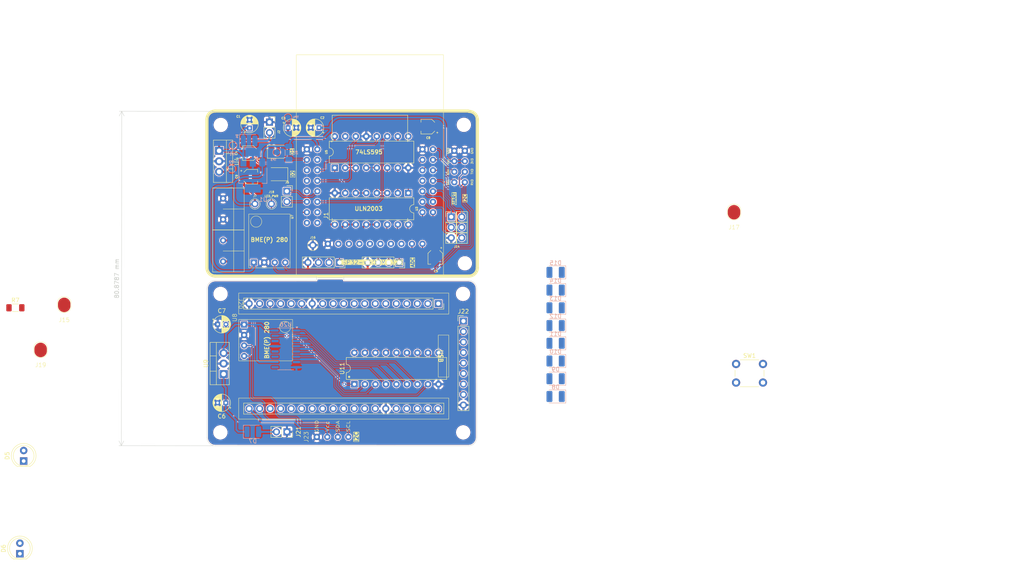
<source format=kicad_pcb>
(kicad_pcb (version 20240108) (generator "pcbnew") (generator_version "8.0")
  (layers (0 "F.Cu" signal) (31 "B.Cu" signal) (34 "B.Paste" user) (35 "F.Paste" user) (36 "B.SilkS" user "B.Silkscreen") (37 "F.SilkS" user "F.Silkscreen") (38 "B.Mask" user) (39 "F.Mask" user) (44 "Edge.Cuts" user))
  (net 0 "")
  (net 1 "GND")
  (net 2 "+3V3")
  (net 3 "+5V")
  (net 4 "/RXD")
  (net 5 "/TXD")
  (net 6 "/SDA")
  (net 7 "/GPIO_33")
  (net 8 "/SCL")
  (net 9 "/OUT3")
  (net 10 "/EN")
  (net 11 "/SOURCE2")
  (net 12 "/SOURCE1")
  (net 13 "/SOURCE3")
  (net 14 "/VDC")
  (net 15 "/DAC1")
  (net 16 "/DAC2")
  (net 17 "/GPIO39")
  (net 18 "/GPIO19")
  (net 19 "/GPIO17")
  (net 20 "/GPIO5")
  (net 21 "/GPIO18")
  (net 22 "/SD_DATA0")
  (net 23 "/ADC2_CH3")
  (net 24 "/SD_DATA3")
  (net 25 "/SD_CMD")
  (net 26 "/SD_CLK")
  (net 27 "/SD_DATA2")
  (net 28 "/SD_DATA1")
  (net 29 "/ADC2_CH0")
  (net 30 "/GPIO23")
  (net 31 "/GPIO36")
  (net 32 "/ADC2_CH2")
  (net 33 "/BOOT")
  (net 34 "/GPIO13")
  (net 35 "/SOURCE4")
  (net 36 "/SOURCE5")
  (net 37 "/SIPO_DATA")
  (net 38 "/SIPO_CLK")
  (net 40 "/SIPO_LATCH")
  (net 41 "/GPIO14")
  (net 43 "/I3")
  (net 44 "/I6")
  (net 45 "/I7")
  (net 46 "/I5")
  (net 47 "/OUT1")
  (net 48 "/VIN")
  (net 49 "/I1")
  (net 52 "Net-(D5-Pad1)")
  (net 53 "Net-(J15-Pin_1)")
  (net 54 "Net-(J19-Pin_1)")
  (net 55 "/OUT2")
  (net 67 "/RX")
  (net 72 "/TX")
  (net 87 "/SCL-2")
  (net 88 "/SDA-2")
  (net 89 "/SIPO_CLK-2")
  (net 91 "/SIPO_DATA-2")
  (net 92 "/SIPO_LATCH-2")
  (net 93 "/QB-2")
  (net 94 "/QC-2")
  (net 95 "/QE-2")
  (net 96 "/QA-2")
  (net 97 "/QD-2")
  (net 98 "/QG-2")
  (net 99 "/QH-2")
  (net 100 "/QF-2")
  (net 101 "/O8")
  (net 102 "/O3")
  (net 103 "/O5")
  (net 104 "/O7")
  (net 105 "/O1")
  (net 106 "/O4")
  (net 107 "/O2")
  (net 108 "/O6")
  (footprint "Capacitor_THT:CP_Radial_D4.0mm_P2.00mm" (layer "F.Cu") (at 107 44.2 180)
    (property "Reference" "C2")
    (property "Value" "1uF")
  )
  (footprint "LED_SMD:LED_1210_3225Metric_Pad1.42x2.65mm_HandSolder" (layer "F.Cu") (at 97 55.45 180)
    (property "Reference" "D2")
    (property "Value" "STATUS")
  )
  (footprint "Capacitor_SMD:CP_Elec_3x5.3" (layer "F.Cu") (at 90.3 50.35 180)
    (property "Reference" "C4")
    (property "Value" "0.1uF")
  )
  (footprint "Resistor_SMD:R_1206_3216Metric_Pad1.30x1.75mm_HandSolder" (layer "F.Cu") (at 33.612 87.7585)
    (property "Reference" "R7")
    (property "Value" "4K7")
  )
  (footprint "LED_THT:LED_D5.0mm" (layer "F.Cu") (at 34.7 147.25 90)
    (property "Reference" "D6")
    (property "Value" "LED_STATUS")
  )
  (footprint "Button_Switch_THT:SW_PUSH_6mm" (layer "F.Cu") (at 207.8 101.35)
    (property "Reference" "SW1")
    (property "Value" "SW_Push")
  )
  (footprint "Alexander Footprint Library:Pad_1x01_P2.54_SMD" (layer "F.Cu") (at 39.712 102.098)
    (property "Reference" "J19")
    (property "Value" "LED_PWR")
  )
  (footprint "Alexanddr Footprints Library:ESP32-WROOM-Adapter-Socket-2" (layer "F.Cu") (at 119.3 57.04)
    (property "Reference" "J1")
    (property "Value" "~")
  )
  (footprint "Alexander Footprint Library:Pad_1x01_P2.54_SMD" (layer "F.Cu") (at 45.412 91.198)
    (property "Reference" "J15")
    (property "Value" "LED_PWR")
  )
  (footprint "MountingHole:MountingHole_3mm" (layer "F.Cu") (at 142 43.5)
    (property "Reference" "H1" (hide yes))
    (property "Value" "MountingHole_Pad")
  )
  (footprint "Connector_PinSocket_2.54mm:PinSocket_1x02_P2.54mm_Vertical" (layer "F.Cu") (at 99.25 117.775 -90)
    (property "Reference" "J21")
    (property "Value" "PWR")
  )
  (footprint "MountingHole:MountingHole_3mm" (layer "F.Cu") (at 83.25 43.53)
    (property "Reference" "H2" (hide yes))
    (property "Value" "MountingHole_Pad")
  )
  (footprint "Package_DIP:DIP-16_W7.62mm" (layer "F.Cu") (at 128.58 60 -90)
    (property "Reference" "U3")
    (property "Value" "ULN2003")
  )
  (footprint "Alexander Footprints Library:Conn_Terminal_5mm" (layer "F.Cu") (at 83.82 53.69)
    (property "Reference" "J9" (hide yes))
    (property "Value" "Conn_01x02_Socket")
  )
  (footprint "Alexander Footprint Library:Pad_1x01_P2.54_SMD" (layer "F.Cu") (at 207.3 68.7895)
    (property "Reference" "J17")
    (property "Value" "GND")
  )
  (footprint "MountingHole:MountingHole_3mm" (layer "F.Cu") (at 141.85 117.9)
    (property "Reference" "H4" (hide yes))
    (property "Value" "MountingHole_Pad")
  )
  (footprint "Capacitor_THT:CP_Radial_D4.0mm_P2.00mm" (layer "F.Cu") (at 82.5 91.75)
    (property "Reference" "C7")
    (property "Value" "1uF")
  )
  (footprint "Capacitor_SMD:CP_Elec_3x5.3" (layer "F.Cu") (at 90.4 56.05)
    (property "Reference" "C9")
    (property "Value" "0.1uF")
  )
  (footprint "Package_DIP:DIP-16_W7.62mm" (layer "F.Cu") (at 110.8 53.9 90)
    (property "Reference" "U5")
    (property "Value" "74LS595")
  )
  (footprint "Alexander Footprint Library:PinSocket_1x01_P2.54" (layer "F.Cu") (at 91.5 65.19)
    (property "Reference" "J7")
    (property "Value" "LED_PWR")
  )
  (footprint "Connector_PinHeader_2.54mm:PinHeader_1x09_P2.54mm_Vertical" (layer "F.Cu") (at 141.9 90.97)
    (property "Reference" "J22")
    (property "Value" "Conn_01x09_Pin")
  )
  (footprint "Connector_PinSocket_2.54mm:PinSocket_1x02_P2.54mm_Vertical" (layer "F.Cu") (at 95.025 42.85)
    (property "Reference" "J2")
    (property "Value" "PWR")
  )
  (footprint "Connector_PinSocket_2.54mm:PinSocket_1x04_P2.54mm_Vertical" (layer "F.Cu") (at 111.94 76.8 -90)
    (property "Reference" "J6")
    (property "Value" "SOURCE")
  )
  (footprint "MountingHole:MountingHole_3mm" (layer "F.Cu") (at 83.15 117.9)
    (property "Reference" "H4" (hide yes))
    (property "Value" "MountingHole_Pad")
  )
  (footprint "Connector_PinSocket_2.54mm:PinSocket_1x04_P2.54mm_Vertical" (layer "F.Cu") (at 126.38 76.8 -90)
    (property "Reference" "J10" (hide yes))
    (property "Value" "ADC")
  )
  (footprint "PCM_Package_DIP_AKL:DIP-18_W7.62mm" (layer "F.Cu") (at 115.55 106.25 90)
    (property "Reference" "U11")
    (property "Value" "ULN2801A" (hide yes))
  )
  (footprint "Capacitor_SMD:CP_Elec_3x5.3" (layer "F.Cu") (at 135.1 75.45 -90)
    (property "Reference" "C5")
    (property "Value" "0.1uF")
  )
  (footprint "MountingHole:MountingHole_3mm" (layer "F.Cu") (at 141.8 84.4)
    (property "Reference" "H4" (hide yes))
    (property "Value" "MountingHole_Pad")
  )
  (footprint "Capacitor_THT:CP_Radial_D4.0mm_P2.00mm" (layer "F.Cu") (at 99.5 44.2)
    (property "Reference" "C3")
    (property "Value" "1uF")
  )
  (footprint "Capacitor_SMD:CP_Elec_3x5.3" (layer "F.Cu") (at 133.4 43.95 180)
    (property "Reference" "C8")
    (property "Value" "10uF")
  )
  (footprint "Alexander Footprint Library:LD1117" (layer "F.Cu") (at 83.945 103.79 90)
    (property "Reference" "U9")
    (property "Value" "L7805")
  )
  (footprint "Alexander Footprint Library:PinSocket_1x01_P2.54" (layer "F.Cu") (at 95.5 65.19)
    (property "Reference" "J18")
    (property "Value" "LED_PWR")
  )
  (footprint "Alexander Footprint Library:Conn_I2C" (layer "F.Cu") (at 98.84 119 90)
    (property "Reference" "J23")
    (property "Value" "I2C")
  )
  (footprint "Capacitor_THT:CP_Radial_D4.0mm_P2.00mm" (layer "F.Cu") (at 84.4726 110.75 180)
    (property "Reference" "C6")
    (property "Value" "1uF")
  )
  (footprint "Alexander Footprint Library:Conn_ESP32_WROOM-DevKit-38pins" (layer "F.Cu") (at 87.57 86.75 -90)
    (property "Reference" "J20")
    (property "Value" "~")
  )
  (footprint "MountingHole:MountingHole_3mm" (layer "F.Cu") (at 83.2 84.4)
    (property "Reference" "H4" (hide yes))
    (property "Value" "MountingHole_Pad")
  )
  (footprint "Connector_PinSocket_2.54mm:PinSocket_1x02_P2.54mm_Vertical" (layer "F.Cu") (at 99.225 59.55)
    (property "Reference" "J5")
    (property "Value" "DAC")
  )
  (footprint "Alexander Footprint Library:CONN_2x3" (layer "F.Cu") (at 138.96 60.68)
    (property "Reference" "J14")
    (property "Value" "GPIO")
  )
  (footprint "Alexander Footprints Library:Conn_UART" (layer "F.Cu") (at 139.7 42.15)
    (property "Reference" "J3" (hide yes))
    (property "Value" "UART")
  )
  (footprint "Alexander Footprint Library:PinSocket_1x01_P2.54" (layer "F.Cu") (at 105.5 75.19)
    (property "Reference" "J16")
    (property "Value" "GND")
  )
  (footprint "Capacitor_THT:CP_Radial_D4.0mm_P2.00mm" (layer "F.Cu") (at 90.2 44.3 90)
    (property "Reference" "C1")
    (property "Value" "1uF")
  )
  (footprint "Alexander Footprint Library:BME280_BMP280_I2C" (layer "F.Cu") (at 90 78.1 90)
    (property "Reference" "U7")
    (property "Value" "BME(P)280")
  )
  (footprint "Alexander Footprint Library:LD1117" (layer "F.Cu") (at 82.855 49.77 -90)
    (property "Reference" "U4")
    (property "Value" "L7805")
  )
  (footprint "Alexander Footprints Library:Conn_I2C" (layer "F.Cu") (at 142.24 42.15)
    (property "Reference" "J4" (hide yes))
    (property "Value" "I2C")
  )
  (footprint "LED_THT:LED_D5.0mm" (layer "F.Cu") (at 35.612 124.8335 90)
    (property "Reference" "D5")
    (property "Value" "LED_PWR")
  )
  (footprint "Alexander Footprint Library:BME280_BMP280_I2C" (layer "F.Cu") (at 87.6 90.59)
    (property "Reference" "U8")
    (property "Value" "BME(P)280")
  )
  (footprint "LED_SMD:LED_1210_3225Metric_Pad1.42x2.65mm_HandSolder" (layer "F.Cu") (at 97 50)
    (property "Reference" "D1")
    (property "Value" "PWR")
  )
  (footprint "MountingHole:MountingHole_3mm" (layer "F.Cu") (at 142.25 77)
    (property "Reference" "H4" (hide yes))
    (property "Value" "MountingHole_Pad")
  )
  (footprint "Alexander Footprints Library:Conn_Terminal_5mm" (layer "F.Cu") (at 83.82 63.85)
    (property "Reference" "J8" (hide yes))
    (property "Value" "Conn_01x02_Socket")
  )
  (footprint "TestPoint:TestPoint_Pad_D1.5mm" (layer "B.Cu") (at 99.5 41.75 180)
    (property "Reference" "TP4")
    (property "Value" "5V")
  )
  (footprint "LED_SMD:LED_1210_3225Metric_Pad1.42x2.65mm_HandSolder" (layer "B.Cu") (at 164.18 104.9275 180)
    (property "Reference" "D9")
    (property "Value" "PWR")
  )
  (footprint "LED_SMD:LED_1210_3225Metric_Pad1.42x2.65mm_HandSolder" (layer "B.Cu") (at 164.18 79.1875 180)
    (property "Reference" "D15")
    (property "Value" "PWR")
  )
  (footprint "TestPoint:TestPoint_Pad_D1.5mm" (layer "B.Cu") (at 96.8 50.15 180)
    (property "Reference" "TP3")
    (property "Value" "3V3")
  )
  (footprint "Package_SO:SO-16_3.9x9.9mm_P1.27mm" (layer "B.Cu") (at 98.95 97.7 180)
    (property "Reference" "U26")
    (property "Value" "74LS595")
  )
  (footprint "Diode_SMD:D_1210_3225Metric" (layer "B.Cu") (at 91 117.75)
    (property "Reference" "D7")
    (property "Value" "D")
  )
  (footprint "Resistor_SMD:R_1206_3216Metric_Pad1.30x1.75mm_HandSolder" (layer "B.Cu") (at 99.7 50.25 -90)
    (property "Reference" "R1")
    (property "Value" "10K")
  )
  (footprint "LED_SMD:LED_1210_3225Metric_Pad1.42x2.65mm_HandSolder" (layer "B.Cu") (at 164.18 87.7675 180)
    (property "Reference" "D13")
    (property "Value" "PWR")
  )
  (footprint "Diode_SMD:D_1210_3225Metric" (layer "B.Cu") (at 90.1 47.4)
    (property "Reference" "D4")
    (property "Value" "D")
  )
  (footprint "LED_SMD:LED_1210_3225Metric_Pad1.42x2.65mm_HandSolder" (layer "B.Cu") (at 164.18 109.2175 180)
    (property "Reference" "D8")
    (property "Value" "PWR")
  )
  (footprint "TestPoint:TestPoint_Pad_D1.5mm" (layer "B.Cu") (at 86.2 48.45 180)
    (property "Reference" "TP1")
    (property "Value" "VIN")
  )
  (footprint "TestPoint:TestPoint_Pad_D1.5mm" (layer "B.Cu") (at 85.9 54.15 180)
    (property "Reference" "TP2")
    (property "Value" "GND")
  )
  (footprint "LED_SMD:LED_1210_3225Metric_Pad1.42x2.65mm_HandSolder" (layer "B.Cu") (at 164.18 96.3475 180)
    (property "Reference" "D11")
    (property "Value" "PWR")
  )
  (footprint "LED_SMD:LED_1210_3225Metric_Pad1.42x2.65mm_HandSolder" (layer "B.Cu") (at 164.18 83.4775 180)
    (property "Reference" "D14")
    (property "Value" "PWR")
  )
  (footprint "LED_SMD:LED_1210_3225Metric_Pad1.42x2.65mm_HandSolder" (layer "B.Cu") (at 164.18 92.0575 180)
    (property "Reference" "D12")
    (property "Value" "PWR")
  )
  (footprint "Package_TO_SOT_SMD:SOT-223-3_TabPin2" (layer "B.Cu") (at 91 55.75 -90)
    (property "Reference" "U1")
    (property "Value" "MAX1726EUK33")
  )
  (footprint "LED_SMD:LED_1210_3225Metric_Pad1.42x2.65mm_HandSolder" (layer "B.Cu") (at 164.18 100.6375 180)
    (property "Reference" "D10")
    (property "Value" "PWR")
  )
  (gr_line (start 145.25 42.11421) (end 145.25 78.085782) (stroke (width 0.75)) (layer "F.SilkS"))
  (gr_line (start 81.914218 40.164218) (end 143.08579 40.164218) (stroke (width 0.75)) (layer "F.SilkS"))
  (gr_arc (start 145.25 78.085782) (mid 144.66422 79.500007) (end 143.25 80.085782) (stroke (width 0.75)) (layer "F.SilkS"))
  (gr_line (start 79.914218 42.11421) (end 79.914218 78.085782) (stroke (width 0.75)) (layer "F.SilkS"))
  (gr_arc (start 81.914218 80.085782) (mid 80.499999 79.500001) (end 79.914218 78.085782) (stroke (width 0.75)) (layer "F.SilkS"))
  (gr_arc (start 143.25 40.25) (mid 144.664214 40.835786) (end 145.25 42.25) (stroke (width 0.75)) (layer "F.SilkS"))
  (gr_arc (start 79.914218 42.164218) (mid 80.499999 40.749999) (end 81.914218 40.164218) (stroke (width 0.75)) (layer "F.SilkS"))
  (gr_line (start 81.914214 80.085782) (end 143.085786 80.085782) (stroke (width 0.75)) (layer "F.SilkS"))
  (gr_line (start 82.014214 80.235786) (end 106.4 80.25) (stroke (width 0.1)) (layer "Edge.Cuts"))
  (gr_line (start 80 42.25) (end 80.014214 78.235786) (stroke (width 0.1)) (layer "Edge.Cuts"))
  (gr_arc (start 79.921321 83.157107) (mid 80.507106 81.742896) (end 81.921321 81.157107) (stroke (width 0.1)) (layer "Edge.Cuts"))
  (gr_line (start 81.921321 121.128679) (end 143.107107 121.142893) (stroke (width 0.1)) (layer "Edge.Cuts"))
  (gr_arc (start 81.921321 121.128679) (mid 80.507101 120.542899) (end 79.921321 119.128679) (stroke (width 0.1)) (layer "Edge.Cuts"))
  (gr_line (start 143.092893 81.157107) (end 113 81.15) (stroke (width 0.1)) (layer "Edge.Cuts"))
  (gr_arc (start 145.107107 119.142893) (mid 144.521321 120.557107) (end 143.107107 121.142893) (stroke (width 0.1)) (layer "Edge.Cuts"))
  (gr_line (start 106.4 81.15) (end 81.921321 81.157107) (stroke (width 0.1)) (layer "Edge.Cuts"))
  (gr_arc (start 143.185786 40.264214) (mid 144.600004 40.849996) (end 145.185786 42.264214) (stroke (width 0.1)) (layer "Edge.Cuts"))
  (gr_line (start 113 80.25) (end 143.185786 80.235786) (stroke (width 0.1)) (layer "Edge.Cuts"))
  (gr_arc (start 82.014214 80.235786) (mid 80.599996 79.650004) (end 80.014214 78.235786) (stroke (width 0.1)) (layer "Edge.Cuts"))
  (gr_line (start 145.185786 42.264214) (end 145.185786 78.235786) (stroke (width 0.1)) (layer "Edge.Cuts"))
  (gr_arc (start 80 42.25) (mid 80.585786 40.835786) (end 82 40.25) (stroke (width 0.1)) (layer "Edge.Cuts"))
  (gr_line (start 145.107107 119.142893) (end 145.092893 83.157107) (stroke (width 0.1)) (layer "Edge.Cuts"))
  (gr_line (start 79.921321 119.128679) (end 79.921321 83.157107) (stroke (width 0.1)) (layer "Edge.Cuts"))
  (gr_line (start 106.4 81.15) (end 106.4 80.25) (stroke (width 0.1)) (layer "Edge.Cuts"))
  (gr_arc (start 145.185786 78.235786) (mid 144.600004 79.650004) (end 143.185786 80.235786) (stroke (width 0.1)) (layer "Edge.Cuts"))
  (gr_arc (start 143.092893 81.157107) (mid 144.507112 81.742888) (end 145.092893 83.157107) (stroke (width 0.1)) (layer "Edge.Cuts"))
  (gr_line (start 113 81.15) (end 113 80.25) (stroke (width 0.1)) (layer "Edge.Cuts"))
  (gr_line (start 143.185786 40.264214) (end 82 40.25) (stroke (width 0.1)) (layer "Edge.Cuts"))
  (gr_text "ADC" (at 130.1 78.05 90) (layer "F.SilkS" knockout) (effects (font (size 0.8 0.8) (thickness 0.2) (bold yes)) (justify left bottom)))
  (gr_text "74LS595" (at 119.057143 50.1 0) (layer "F.SilkS") (effects (font (size 1 1) (thickness 0.2) (bold yes))))
  (gr_text "ULN2003" (at 115.5 64.374 0) (layer "F.SilkS") (effects (font (size 1 1) (thickness 0.2) (bold yes)) (justify left bottom)))
  (dimension (type aligned) (layer "Edge.Cuts") (pts (xy 81.921321 121.128679) (xy 82 40.25)) (height -22.6907) (gr_text "80.8787 mm" (at 58.119973 80.666146 89.94426182) (layer "Edge.Cuts") (effects (font (size 1 1) (thickness 0.15)))) (format (prefix "") (suffix "") (units 3) (units_format 1) (precision 4)) (style (thickness 0.1) (arrow_length 1.27) (text_position_mode 0) (extension_height 0.58642) (extension_offset 0.5) keep_text_aligned))
  (segment (start 84.21 66) (end 83.82 66.39) (width 0.5) (layer "F.Cu") (net 1))
  (segment (start 91.5 60.75) (end 88.9 58.15) (width 0.5) (layer "F.Cu") (net 2))
  (segment (start 139.7 52.31) (end 138.56 52.31) (width 0.25) (layer "F.Cu") (net 2))
  (segment (start 137.2 43.95) (end 134.9 43.95) (width 0.25) (layer "F.Cu") (net 2))
  (segment (start 138.56 52.31) (end 137.6 51.35) (width 0.25) (layer "F.Cu") (net 2))
  (segment (start 91.5 62.62) (end 91.5 60.75) (width 0.5) (layer "F.Cu") (net 2))
  (segment (start 137.6 51.35) (end 137.6 44.35) (width 0.25) (layer "F.Cu") (net 2))
  (segment (start 137.6 44.35) (end 137.2 43.95) (width 0.25) (layer "F.Cu") (net 2))
  (segment (start 88.9 58.15) (end 88.9 56.05) (width 0.5) (layer "F.Cu") (net 2))
  (segment (start 96.075 48.7) (end 97.525 48.7) (width 0.5) (layer "B.Cu") (net 2))
  (segment (start 109.408578 44.2) (end 107 44.2) (width 0.5) (layer "B.Cu") (net 2))
  (segment (start 93.21 115.25) (end 101 115.25) (width 0.5) (layer "B.Cu") (net 2))
  (segment (start 81.3 75.997918) (end 81.3 59.75104) (width 0.5) (layer "B.Cu") (net 2))
  (segment (start 93.3 54.905025) (end 93.3 52.6) (width 0.5) (layer "B.Cu") (net 2))
  (segment (start 100 48.7) (end 100 48.03033) (width 0.5) (layer "B.Cu") (net 2))
  (segment (start 139.13 52.31) (end 139.7 52.31) (width 0.5) (layer "B.Cu") (net 2))
  (segment (start 138.156949 51.906949) (end 138.03 51.78) (width 0.5) (layer "B.Cu") (net 2))
  (segment (start 109 117.5) (end 109 119) (width 0.5) (layer "B.Cu") (net 2))
  (segment (start 106.6 48.627817) (end 106.6 49.299791) (width 0.5) (layer "B.Cu") (net 2))
  (segment (start 84.202081 78.9) (end 89.990883 78.9) (width 0.5) (layer "B.Cu") (net 2))
  (segment (start 109.75 45) (end 109.75 44.141421) (width 0.5) (layer "B.Cu") (net 2))
  (segment (start 109.75 43.858578) (end 109.75 44.141421) (width 0.5) (layer "B.Cu") (net 2))
  (segment (start 104.722182 46.75) (end 106.277817 46.75) (width 0.5) (layer "B.Cu") (net 2))
  (segment (start 139.7 52.31) (end 142.24 52.31) (width 0.5) (layer "B.Cu") (net 2))
  (segment (start 137.5 50.500466) (end 137.5 43.883883) (width 0.5) (layer "B.Cu") (net 2))
  (segment (start 88.207106 62.75) (end 91.5 62.75) (width 0.5) (layer "B.Cu") (net 2))
  (segment (start 86.5 61.042893) (end 86.5 57.5) (width 0.5) (layer "B.Cu") (net 2))
  (segment (start 106.277817 46.75) (end 108 46.75) (width 0.5) (layer "B.Cu") (net 2))
  (segment (start 101 115.25) (end 102.5 116.75) (width 0.5) (layer "B.Cu") (net 2))
  (segment (start 91.22 77.670883) (end 91.22 76.8) (width 0.5) (layer "B.Cu") (net 2))
  (segment (start 89.455634 56.1) (end 92.105025 56.1) (width 0.5) (layer "B.Cu") (net 2))
  (segment (start 96.075 48.7) (end 95.177817 48.7) (width 0.5) (layer "B.Cu") (net 2))
  (segment (start 90.11 112.15) (end 93.21 115.25) (width 0.5) (layer "B.Cu") (net 2))
  (segment (start 108.25 116.75) (end 109 117.5) (width 0.5) (layer "B.Cu") (net 2))
  (segment (start 104.722182 46.75) (end 101.28033 46.75) (width 0.5) (layer "B.Cu") (net 2))
  (segment (start 108 46.75) (end 109.75 45) (width 0.5) (layer "B.Cu") (net 2))
  (segment (start 96.8 49.425) (end 96.8 50.15) (width 0.25) (layer "B.Cu") (net 2))
  (segment (start 109.75 43.625) (end 109.75 43.858578) (width 0.5) (layer "B.Cu") (net 2))
  (segment (start 110.015165 42.984834) (end 110.5 42.5) (width 0.5) (layer "B.Cu") (net 2))
  (segment (start 93.3 52.6) (end 93.3 50.577817) (width 0.5) (layer "B.Cu") (net 2))
  (segment (start 82.75104 58.3) (end 84.144365 58.3) (width 0.5) (layer "B.Cu") (net 2))
  (segment (start 106.685 49.335) (end 106.77 49.25) (width 0.5) (layer "B.Cu") (net 2))
  (segment (start 102.5 116.75) (end 108.25 116.75) (width 0.5) (layer "B.Cu") (net 2))
  (segment (start 112.31066 41.75) (end 135.366116 41.75) (width 0.5) (layer "B.Cu") (net 2))
  (segment (start 100 48.7) (end 97.525 48.7) (width 0.5) (layer "B.Cu") (net 2))
  (arc (start 136.875 42.375) (mid 137.337567 43.067281) (end 137.5 43.883883) (width 0.5) (layer "B.Cu") (net 2))
  (arc (start 137.5 50.500466) (mid 137.637742 51.192944) (end 138.03 51.78) (width 0.5) (layer "B.Cu") (net 2))
  (arc (start 93.3 54.905025) (mid 93.209037 55.362322) (end 92.95 55.75) (width 0.5) (layer "B.Cu") (net 2))
  (arc (start 86.8 57.2) (mid 85.581584 58.014119) (end 84.144365 58.3) (width 0.5) (layer "B.Cu") (net 2))
  (arc (start 106.6 49.299791) (mid 106.630737 49.345793) (end 106.685 49.335) (width 0.5) (layer "B.Cu") (net 2))
  (arc (start 89.455634 56.1) (mid 88.018415 56.38588) (end 86.8 57.2) (width 0.5) (layer "B.Cu") (net 2))
  (arc (start 86.5 61.042893) (mid 86.629945 61.696174) (end 87 62.25) (width 0.5) (layer "B.Cu") (net 2))
  (arc (start 82.75104 58.3) (mid 82.195751 58.410453) (end 81.725 58.725) (width 0.5) (layer "B.Cu") (net 2))
  (arc (start 92.95 55.75) (mid 92.562322 56.009037) (end 92.105025 56.1) (width 0.5) (layer "B.Cu") (net 2))
  (arc (start 95.177817 48.7) (mid 94.459207 48.84294) (end 93.85 49.25) (width 0.5) (layer "B.Cu") (net 2))
  (arc (start 96.8 49.425) (mid 96.587652 48.912347) (end 96.075 48.7) (width 0.25) (layer "B.Cu") (net 2))
  (arc (start 82.15 78.05) (mid 83.091502 78.679092) (end 84.202081 78.9) (width 0.5) (layer "B.Cu") (net 2))
  (arc (start 110.015165 42.984834) (mid 109.818914 43.278544) (end 109.75 43.625) (width 0.5) (layer "B.Cu") (net 2))
  (arc (start 109.75 44.141421) (mid 109.713838 44.087301) (end 109.65 44.1) (width 0.5) (layer "B.Cu") (net 2))
  (arc (start 136.875 42.375) (mid 136.182718 41.912432) (end 135.366116 41.75) (width 0.5) (layer "B.Cu") (net 2))
  (arc (start 93.85 49.25) (mid 93.44294 49.859207) (end 93.3 50.577817) (width 0.5) (layer "B.Cu") (net 2))
  (arc (start 90.86 78.54) (mid 90.461245 78.806439) (end 89.990883 78.9) (width 0.5) (layer "B.Cu") (net 2))
  (arc (start 109.65 44.1) (mid 109.539234 44.17401) (end 109.408578 44.2) (width 0.5) (layer "B.Cu") (net 2))
  (arc (start 87 62.25) (mid 87.553825 62.620054) (end 88.207106 62.75) (width 0.5) (layer "B.Cu") (net 2))
  (arc (start 81.725 58.725) (mid 81.410453 59.195751) (end 81.3 59.75104) (width 0.5) (layer "B.Cu") (net 2))
  (arc (start 106.05 47.3) (mid 105.440792 46.89294) (end 104.722182 46.75) (width 0.5) (layer "B.Cu") (net 2))
  (arc (start 138.156949 51.906949) (mid 138.603388 52.20525) (end 139.13 52.31) (width 0.5) (layer "B.Cu") (net 2))
  (arc (start 101.28033 46.75) (mid 100.790368 46.847459) (end 100.375 47.125) (width 0.5) (layer "B.Cu") (net 2))
  (arc (start 106.05 47.3) (mid 106.457059 47.909207) (end 106.6 48.627817) (width 0.5) (layer "B.Cu") (net 2))
  (arc (start 106.277817 46.75) (mid 105.980159 46.948888) (end 106.05 47.3) (width 0.5) (layer "B.Cu") (net 2))
  (arc (start 91.22 77.670883) (mid 91.126439 78.141245) (end 90.86 78.54) (width 0.5) (layer "B.Cu") (net 2))
  (arc (start 109.65 44.1) (mid 109.72401 43.989234) (end 109.75 43.858578) (width 0.5) (layer "B.Cu") (net 2))
  (arc (start 112.31066 41.75) (mid 111.330737 41.944918) (end 110.5 42.5) (width 0.5) (layer "B.Cu") (net 2))
  (arc (start 100.375 47.125) (mid 100.097459 47.540368) (end 100 48.03033) (width 0.5) (layer "B.Cu") (net 2))
  (arc (start 81.3 75.997918) (mid 81.520907 77.108496) (end 82.15 78.05) (width 0.5) (layer "B.Cu") (net 2))
  (segment (start 99.5 45.693413) (end 99.5 44.2) (width 0.5) (layer "F.Cu") (net 3))
  (segment (start 87.75 115.25) (end 135.25 115.25) (width 0.5) (layer "F.Cu") (net 3))
  (segment (start 98.6375 46.9625) (end 99.2125 46.3875) (width 0.5) (layer "F.Cu") (net 3))
  (segment (start 83.945 98.71) (end 86.21 98.71) (width 0.5) (layer "F.Cu") (net 3))
  (segment (start 86.75 99.25) (end 86.75 100) (width 0.5) (layer "F.Cu") (net 3))
  (segment (start 126.04 46.28) (end 126.04 48.251906) (width 0.5) (layer "F.Cu") (net 3))
  (segment (start 108.3 49.803553) (end 108.3 65.537329) (width 0.5) (layer "F.Cu") (net 3))
  (segment (start 108.3 49.803553) (end 108.3 49.096446) (width 0.5) (layer "F.Cu") (net 3))
  (segment (start 135.81 114.69) (end 135.81 112.15) (width 0.5) (layer "F.Cu") (net 3))
  (segment (start 110.8 46.28) (end 110.8 48.15) (width 0.5) (layer "F.Cu") (net 3))
  (segment (start 86.75 114.25) (end 87.75 115.25) (width 0.5) (layer "F.Cu") (net 3))
  (segment (start 86.75 100) (end 86.75 114.25) (width 0.5) (layer "F.Cu") (net 3))
  (segment (start 110.8 48.15) (end 110 48.95) (width 0.5) (layer "F.Cu") (net 3))
  (segment (start 88.1 47.25) (end 97.943413 47.25) (width 0.5) (layer "F.Cu") (net 3))
  (segment (start 84.9 54.85) (end 85.4 54.35) (width 0.5) (layer "F.Cu") (net 3))
  (segment (start 126.04 48.251906) (end 125.341906 48.95) (width 0.5) (layer "F.Cu") (net 3))
  (segment (start 85.4 54.35) (end 85.4 49.95) (width 0.5) (layer "F.Cu") (net 3))
  (segment (start 107.608621 46.675) (end 99.331586 46.675) (width 0.5) (layer "F.Cu") (net 3))
  (segment (start 110 48.95) (end 109.153553 48.95) (width 0.5) (layer "F.Cu") (net 3))
  (segment (start 86.21 98.71) (end 86.75 99.25) (width 0.5) (layer "F.Cu") (net 3))
  (segment (start 108.3 49.096446) (end 108.3 47.366378) (width 0.5) (layer "F.Cu") (net 3))
  (segment (start 109.104574 67.204574) (end 108.91 67.01) (width 0.5) (layer "F.Cu") (net 3))
  (segment (start 110.8 46.355) (end 110.725 46.28) (width 0.5) (layer "F.Cu") (net 3))
  (segment (start 135.25 115.25) (end 135.81 114.69) (width 0.5) (layer "F.Cu") (net 3))
  (segment (start 110.1075 67.62) (end 110.695 67.62) (width 0.5) (layer "F.Cu") (net 3))
  (segment (start 82.855 54.85) (end 84.9 54.85) (width 0.5) (layer "F.Cu") (net 3))
  (segment (start 85.4 49.95) (end 88.1 47.25) (width 0.5) (layer "F.Cu") (net 3))
  (segment (start 125.341906 48.95) (end 110 48.95) (width 0.5) (layer "F.Cu") (net 3))
  (arc (start 108.0975 46.8775) (mid 108.247371 47.101799) (end 108.3 47.366378) (width 0.5) (layer "F.Cu") (net 3))
  (arc (start 108.3 65.537329) (mid 108.458533 66.334332) (end 108.91 67.01) (width 0.5) (layer "F.Cu") (net 3))
  (arc (start 97.943413 47.25) (mid 98.31905 47.175281) (end 98.6375 46.9625) (width 0.5) (layer "F.Cu") (net 3))
  (arc (start 99.2125 46.3875) (mid 99.175992 46.571035) (end 99.331586 46.675) (width 0.5) (layer "F.Cu") (net 3))
  (arc (start 108.0975 46.8775) (mid 107.8732 46.727628) (end 107.608621 46.675) (width 0.5) (layer "F.Cu") (net 3))
  (arc (start 109.104574 67.204574) (mid 109.56472 67.512034) (end 110.1075 67.62) (width 0.5) (layer "F.Cu") (net 3))
  (arc (start 108.55 49.2) (mid 108.364972 49.476912) (end 108.3 49.803553) (width 0.5) (layer "F.Cu") (net 3))
  (arc (start 108.3 49.096446) (mid 108.390403 49.231745) (end 108.55 49.2) (width 0.5) (layer "F.Cu") (net 3))
  (arc (start 99.331586 46.675) (mid 98.955949 46.749718) (end 98.6375 46.9625) (width 0.5) (layer "F.Cu") (net 3))
  (arc (start 109.153553 48.95) (mid 108.826912 49.014972) (end 108.55 49.2) (width 0.5) (layer "F.Cu") (net 3))
  (arc (start 99.5 45.693413) (mid 99.425281 46.06905) (end 99.2125 46.3875) (width 0.5) (layer "F.Cu") (net 3))
  (segment (start 83.945 97.305) (end 84.5 96.75) (width 0.5) (layer "B.Cu") (net 3))
  (segment (start 84.5 94.05) (end 84.5 91.75) (width 0.5) (layer "B.Cu") (net 3))
  (segment (start 88.9 91.81) (end 86.74 91.81) (width 0.5) (layer "B.Cu") (net 3))
  (segment (start 83.945 98.71) (end 83.945 97.305) (width 0.5) (layer "B.Cu") (net 3))
  (segment (start 96.375 100.875) (end 92.575 100.875) (width 0.5) (layer "B.Cu") (net 3))
  (segment (start 92.96 91.81) (end 91.25 91.81) (width 0.5) (layer "B.Cu") (net 3))
  (segment (start 86.74 91.81) (end 84.5 94.05) (width 0.5) (layer "B.Cu") (net 3))
  (segment (start 92 92.56) (end 91.25 91.81) (width 0.5) (layer "B.Cu") (net 3))
  (segment (start 94.405 93.255) (end 92.96 91.81) (width 0.5) (layer "B.Cu") (net 3))
  (segment (start 91.25 91.81) (end 88.9 91.81) (width 0.5) (layer "B.Cu") (net 3))
  (segment (start 92 100.3) (end 92 92.56) (width 0.5) (layer "B.Cu") (net 3))
  (segment (start 84.5 96.75) (end 84.5 94.05) (width 0.5) (layer "B.Cu") (net 3))
  (segment (start 92.575 100.875) (end 92 100.3) (width 0.5) (layer "B.Cu") (net 3))
  (segment (start 99.5 42.25) (end 99.5 44.2) (width 0.25) (layer "B.Cu") (net 3))
  (segment (start 96.375 93.255) (end 94.405 93.255) (width 0.5) (layer "B.Cu") (net 3))
  (segment (start 139.7 57.35) (end 139.7 57.39) (width 0.25) (layer "F.Cu") (net 4))
  (segment (start 133.25 53.25) (end 135.6 53.25) (width 0.25) (layer "F.Cu") (net 4))
  (segment (start 135.6 53.25) (end 139.7 57.35) (width 0.25) (layer "F.Cu") (net 4))
  (segment (start 132 54.5) (end 133.25 53.25) (width 0.25) (layer "F.Cu") (net 4))
  (segment (start 140.3 57.45) (end 139.3 57.45) (width 0.25) (layer "F.Cu") (net 4))
  (segment (start 136.61 51.96) (end 134.54 51.96) (width 0.25) (layer "F.Cu") (net 5))
  (segment (start 134.74 51.79) (end 134.62 51.91) (width 0.25) (layer "F.Cu") (net 5))
  (segment (start 139.5 54.85) (end 136.61 51.96) (width 0.25) (layer "F.Cu") (net 5))
  (segment (start 139.7 54.85) (end 139.5 54.85) (width 0.25) (layer "F.Cu") (net 5))
  (segment (start 138.59 58.55) (end 140.4 58.55) (width 0.25) (layer "F.Cu") (net 6))
  (segment (start 136.213604 54.5) (end 138 56.286396) (width 0.25) (layer "F.Cu") (net 6))
  (segment (start 138 57.96) (end 138.59 58.55) (width 0.25) (layer "F.Cu") (net 6))
  (segment (start 140.9 56.19) (end 142.24 54.85) (width 0.25) (layer "F.Cu") (net 6))
  (segment (start 140.9 58.05) (end 140.9 56.19) (width 0.25) (layer "F.Cu") (net 6))
  (segment (start 134.54 54.5) (end 136.213604 54.5) (width 0.25) (layer "F.Cu") (net 6))
  (segment (start 138 56.286396) (end 138 57.96) (width 0.25) (layer "F.Cu") (net 6))
  (segment (start 142.24 54.85) (end 142.24 55.51) (width 0.25) (layer "F.Cu") (net 6))
  (segment (start 140.4 58.55) (end 140.9 58.05) (width 0.25) (layer "F.Cu") (net 6))
  (segment (start 141.79 58.74) (end 141 57.95) (width 0.25) (layer "B.Cu") (net 6))
  (segment (start 140.418198 72.781802) (end 143.281802 72.781802) (width 0.25) (layer "B.Cu") (net 6))
  (segment (start 98.84 76.8) (end 98.84 78.09) (width 0.25) (layer "B.Cu") (net 6))
  (segment (start 143.55 64.45) (end 141.79 62.69) (width 0.25) (layer "B.Cu") (net 6))
  (segment (start 134.55 78.65) (end 140.418198 72.781802) (width 0.25) (layer "B.Cu") (net 6))
  (segment (start 141.79 62.69) (end 141.79 58.74) (width 0.25) (layer "B.Cu") (net 6))
  (segment (start 141 56.09) (end 142.24 54.85) (width 0.25) (layer "B.Cu") (net 6))
  (segment (start 98.84 78.09) (end 99.4 78.65) (width 0.25) (layer "B.Cu") (net 6))
  (segment (start 99.4 78.65) (end 134.55 78.65) (width 0.25) (layer "B.Cu") (net 6))
  (segment (start 143.281802 72.781802) (end 143.55 72.513604) (width 0.25) (layer "B.Cu") (net 6))
  (segment (start 143.55 72.513604) (end 143.55 64.45) (width 0.25) (layer "B.Cu") (net 6))
  (segment (start 141 57.95) (end 141 56.09) (width 0.25) (layer "B.Cu") (net 6))
  (segment (start 103.97 59.53) (end 104.14 59.53) (width 0.25) (layer "F.Cu") (net 7))
  (segment (start 137.55 58.146396) (end 138.403604 59) (width 0.25) (layer "F.Cu") (net 8))
  (segment (start 131.5 55.75) (end 136.75 55.75) (width 0.25) (layer "F.Cu") (net 8))
  (segment (start 140.63 59) (end 142.24 57.39) (width 0.25) (layer "F.Cu") (net 8))
  (segment (start 136.75 55.75) (end 137.55 56.55) (width 0.25) (layer "F.Cu") (net 8))
  (segment (start 137.55 56.55) (end 137.55 58.146396) (width 0.25) (layer "F.Cu") (net 8))
  (segment (start 130.745 54.995) (end 131.5 55.75) (width 0.25) (layer "F.Cu") (net 8))
  (segment (start 130.745 53.245) (end 130.745 54.995) (width 0.25) (layer "F.Cu") (net 8))
  (segment (start 132.08 51.91) (end 130.745 53.245) (width 0.25) (layer "F.Cu") (net 8))
  (segment (start 138.403604 59) (end 140.63 59) (width 0.25) (layer "F.Cu") (net 8))
  (segment (start 143.4 73.3) (end 144 72.7) (width 0.25) (layer "B.Cu") (net 8))
  (segment (start 96.95 79.1) (end 134.8 79.1) (width 0.25) (layer "B.Cu") (net 8))
  (segment (start 96.3 76.8) (end 96.3 78.45) (width 0.25) (layer "B.Cu") (net 8))
  (segment (start 144 72.7) (end 144 64.263604) (width 0.25) (layer "B.Cu") (net 8))
  (segment (start 142.24 62.503604) (end 142.24 57.39) (width 0.25) (layer "B.Cu") (net 8))
  (segment (start 96.3 78.45) (end 96.95 79.1) (width 0.25) (layer "B.Cu") (net 8))
  (segment (start 134.8 79.1) (end 140.6 73.3) (width 0.25) (layer "B.Cu") (net 8))
  (segment (start 144 64.263604) (end 142.24 62.503604) (width 0.25) (layer "B.Cu") (net 8))
  (segment (start 140.6 73.3) (end 143.4 73.3) (width 0.25) (layer "B.Cu") (net 8))
  (segment (start 103.27 52.75) (end 104.06 51.96) (width 0.25) (layer "F.Cu") (net 10))
  (segment (start 91.8 52.25) (end 92.3 52.75) (width 0.25) (layer "F.Cu") (net 10))
  (segment (start 92.3 52.75) (end 103.27 52.75) (width 0.25) (layer "F.Cu") (net 10))
  (segment (start 103.72 52.3) (end 104.06 51.96) (width 0.25) (layer "F.Cu") (net 10))
  (segment (start 91.8 50.35) (end 91.8 52.25) (width 0.25) (layer "F.Cu") (net 10))
  (segment (start 100 51.8) (end 103.9 51.8) (width 0.25) (layer "B.Cu") (net 10))
  (segment (start 103.9 51.8) (end 104.06 51.96) (width 0.25) (layer "B.Cu") (net 10))
  (segment (start 113.235 67.62) (end 115.775 67.62) (width 0.5) (layer "F.Cu") (net 11))
  (segment (start 99 73.1) (end 102.7 69.4) (width 0.5) (layer "F.Cu") (net 11))
  (segment (start 86.37 71.47) (end 88 73.1) (width 0.5) (layer "F.Cu") (net 11))
  (segment (start 102.7 69.4) (end 111.455 69.4) (width 0.5) (layer "F.Cu") (net 11))
  (segment (start 88 73.1) (end 99 73.1) (width 0.5) (layer "F.Cu") (net 11))
  (segment (start 83.82 71.47) (end 86.37 71.47) (width 0.5) (layer "F.Cu") (net 11))
  (segment (start 111.455 69.4) (end 113.235 67.62) (width 0.5) (layer "F.Cu") (net 11))
  (segment (start 86.275 76.55) (end 88.075 74.75) (width 0.5) (layer "F.Cu") (net 12))
  (segment (start 104.4 70.1) (end 115.835 70.1) (width 0.5) (layer "F.Cu") (net 12))
  (segment (start 99.75 74.75) (end 104.4 70.1) (width 0.5) (layer "F.Cu") (net 12))
  (segment (start 118.315 67.62) (end 120.855 67.62) (width 0.5) (layer "F.Cu") (net 12))
  (segment (start 83.82 76.55) (end 86.275 76.55) (width 0.5) (layer "F.Cu") (net 12))
  (segment (start 115.835 70.1) (end 118.315 67.62) (width 0.5) (layer "F.Cu") (net 12))
  (segment (start 88.075 74.75) (end 99.75 74.75) (width 0.5) (layer "F.Cu") (net 12))
  (segment (start 128.475 67.62) (end 128.475 68.825) (width 0.25) (layer "F.Cu") (net 13))
  (segment (start 125.7 72.8) (end 124.55 73.95) (width 0.25) (layer "F.Cu") (net 13))
  (segment (start 111.94 75.26) (end 111.94 76.8) (width 0.25) (layer "F.Cu") (net 13))
  (segment (start 124.55 73.95) (end 118.622792 73.95) (width 0.25) (layer "F.Cu") (net 13))
  (segment (start 128.475 68.825) (end 125.7 71.6) (width 0.25) (layer "F.Cu") (net 13))
  (segment (start 125.7 71.6) (end 125.7 72.8) (width 0.25) (layer "F.Cu") (net 13))
  (segment (start 117.872792 74.7) (end 112.5 74.7) (width 0.25) (layer "F.Cu") (net 13))
  (segment (start 112.5 74.7) (end 111.94 75.26) (width 0.25) (layer "F.Cu") (net 13))
  (segment (start 118.622792 73.95) (end 117.872792 74.7) (width 0.25) (layer "F.Cu") (net 13))
  (segment (start 96.71 117.775) (end 92.425 117.775) (width 0.5) (layer "B.Cu") (net 14))
  (segment (start 92.425 117.775) (end 92.4 117.75) (width 0.5) (layer "B.Cu") (net 14))
  (segment (start 95.025 46.674479) (end 95.025 45.39) (width 0.5) (layer "B.Cu") (net 14))
  (segment (start 94.299479 47.4) (end 91.5 47.4) (width 0.5) (layer "B.Cu") (net 14))
  (arc (start 95.025 46.674479) (mid 94.969773 46.952124) (end 94.8125 47.1875) (width 0.5) (layer "B.Cu") (net 14))
  (arc (start 94.8125 47.1875) (mid 94.577124 47.344773) (end 94.299479 47.4) (width 0.5) (layer "B.Cu") (net 14))
  (segment (start 105.38 60.8) (end 106.6 59.58) (width 0.25) (layer "B.Cu") (net 15))
  (segment (start 99.225 59.55) (end 101.8 59.55) (width 0.25) (layer "B.Cu") (net 15))
  (segment (start 103.05 60.8) (end 105.38 60.8) (width 0.25) (layer "B.Cu") (net 15))
  (segment (start 101.8 59.55) (end 103.05 60.8) (width 0.25) (layer "B.Cu") (net 15))
  (segment (start 99.225 62.09) (end 100.97 62.09) (width 0.25) (layer "B.Cu") (net 16))
  (segment (start 100.97 62.09) (end 101 62.12) (width 0.25) (layer "B.Cu") (net 16))
  (segment (start 104.03 62.09) (end 104.06 62.12) (width 0.25) (layer "B.Cu") (net 16))
  (segment (start 104.06 62.12) (end 101 62.12) (width 0.25) (layer "B.Cu") (net 16))
  (segment (start 138.5 63.1) (end 138.5 61.727208) (width 0.25) (layer "B.Cu") (net 18))
  (segment (start 137.5 60.727208) (end 137.5 57.8) (width 0.25) (layer "B.Cu") (net 18))
  (segment (start 138.5 61.727208) (end 137.5 60.727208) (width 0.25) (layer "B.Cu") (net 18))
  (segment (start 140.2 67) (end 140.2 64.8) (width 0.25) (layer "B.Cu") (net 18))
  (segment (start 141.5 68.3) (end 140.2 67) (width 0.25) (layer "B.Cu") (net 18))
  (segment (start 136.69 56.99) (end 134.62 56.99) (width 0.25) (layer "B.Cu") (net 18))
  (segment (start 140.2 64.8) (end 138.5 63.1) (width 0.25) (layer "B.Cu") (net 18))
  (segment (start 137.5 57.8) (end 136.69 56.99) (width 0.25) (layer "B.Cu") (net 18))
  (segment (start 141.5 70.84) (end 140.16 69.5) (width 0.25) (layer "B.Cu") (net 19))
  (segment (start 137.7 69.5) (end 137.1 68.9) (width 0.25) (layer "B.Cu") (net 19))
  (segment (start 140.16 69.5) (end 137.7 69.5) (width 0.25) (layer "B.Cu") (net 19))
  (segment (start 137.1 68.9) (end 137.1 63.84) (width 0.25) (layer "B.Cu") (net 19))
  (segment (start 133.41 63.4) (end 132.08 62.07) (width 0.25) (layer "B.Cu") (net 19))
  (segment (start 137.1 63.84) (end 136.66 63.4) (width 0.25) (layer "B.Cu") (net 19))
  (segment (start 136.66 63.4) (end 133.41 63.4) (width 0.25) (layer "B.Cu") (net 19))
  (segment (start 138.05 61.913604) (end 137.05 60.913604) (width 0.25) (layer "B.Cu") (net 20))
  (segment (start 137.05 60.913604) (end 137.05 59.95) (width 0.25) (layer "B.Cu") (net 20))
  (segment (start 136.63 59.53) (end 134.62 59.53) (width 0.25) (layer "B.Cu") (net 20))
  (segment (start 138.96 65.76) (end 138.96 64.196396) (width 0.25) (layer "B.Cu") (net 20))
  (segment (start 138.96 64.196396) (end 138.05 63.286396) (width 0.25) (layer "B.Cu") (net 20))
  (segment (start 138.05 63.286396) (end 138.05 61.913604) (width 0.25) (layer "B.Cu") (net 20))
  (segment (start 137.05 59.95) (end 136.63 59.53) (width 0.25) (layer "B.Cu") (net 20))
  (segment (start 138.96 68.3) (end 137.6 66.94) (width 0.25) (layer "B.Cu") (net 21))
  (segment (start 136.3 60.8) (end 133.35 60.8) (width 0.25) (layer "B.Cu") (net 21))
  (segment (start 137.6 66.94) (end 137.6 62.1) (width 0.25) (layer "B.Cu") (net 21))
  (segment (start 137.6 62.1) (end 136.3 60.8) (width 0.25) (layer "B.Cu") (net 21))
  (segment (start 133.35 60.8) (end 132.08 59.53) (width 0.25) (layer "B.Cu") (net 21))
  (segment (start 128.85 74.05) (end 129.46 73.44) (width 0.25) (layer "F.Cu") (net 23))
  (segment (start 125.722792 74.05) (end 128.85 74.05) (width 0.25) (layer "F.Cu") (net 23))
  (segment (start 129.46 73.44) (end 129.46 72.28) (width 0.25) (layer "F.Cu") (net 23))
  (segment (start 123.84 76.8) (end 123.84 75.56) (width 0.25) (layer "F.Cu") (net 23))
  (segment (start 123.84 75.56) (end 124.55 74.85) (width 0.25) (layer "F.Cu") (net 23))
  (segment (start 124.922792 74.85) (end 125.722792 74.05) (width 0.25) (layer "F.Cu") (net 23))
  (segment (start 124.55 74.85) (end 124.922792 74.85) (width 0.25) (layer "F.Cu") (net 23))
  (segment (start 121.3 75.2) (end 122.1 74.4) (width 0.25) (layer "F.Cu") (net 29))
  (segment (start 124.736396 74.4) (end 125.536396 73.6) (width 0.25) (layer "F.Cu") (net 29))
  (segment (start 125.536396 73.6) (end 127.5 73.6) (width 0.25) (layer "F.Cu") (net 29))
  (segment (start 132 67.2) (end 132 64.66) (width 0.25) (layer "F.Cu") (net 29))
  (segment (start 127.5 73.6) (end 128.2 72.9) (width 0.25) (layer "F.Cu") (net 29))
  (segment (start 128.2 71) (end 132 67.2) (width 0.25) (layer "F.Cu") (net 29))
  (segment (start 122.1 74.4) (end 124.736396 74.4) (width 0.25) (layer "F.Cu") (net 29))
  (segment (start 128.2 72.9) (end 128.2 71) (width 0.25) (layer "F.Cu") (net 29))
  (segment (start 121.3 76.8) (end 121.3 75.2) (width 0.25) (layer "F.Cu") (net 29))
  (segment (start 138.95 61.540812) (end 137.95 60.540812) (width 0.25) (layer "B.Cu") (net 30))
  (segment (start 136.4 51.7) (end 136.4 49.9) (width 0.25) (layer "B.Cu") (net 30))
  (segment (start 135.92 49.42) (end 134.54 49.42) (width 0.25) (layer "B.Cu") (net 30))
  (segment (start 138.95 62.913604) (end 138.95 61.540812) (width 0.25) (layer "B.Cu") (net 30))
  (segment (start 135.1 49.85) (end 134.62 49.37) (width 0.25) (layer "B.Cu") (net 30))
  (segment (start 137.95 60.540812) (end 137.95 53.25) (width 0.25) (layer "B.Cu") (net 30))
  (segment (start 141.1 63.9) (end 139.936396 63.9) (width 0.25) (layer "B.Cu") (net 30))
  (segment (start 141.5 64.3) (end 141.1 63.9) (width 0.25) (layer "B.Cu") (net 30))
  (segment (start 141.5 65.76) (end 141.5 64.3) (width 0.25) (layer "B.Cu") (net 30))
  (segment (start 137.95 53.25) (end 136.4 51.7) (width 0.25) (layer "B.Cu") (net 30))
  (segment (start 139.936396 63.9) (end 138.95 62.913604) (width 0.25) (layer "B.Cu") (net 30))
  (segment (start 136.4 49.9) (end 135.92 49.42) (width 0.25) (layer "B.Cu") (net 30))
  (segment (start 126.38 75.12) (end 127 74.5) (width 0.25) (layer "F.Cu") (net 32))
  (segment (start 132 73.9) (end 132 72.28) (width 0.25) (layer "F.Cu") (net 32))
  (segment (start 127 74.5) (end 131.4 74.5) (width 0.25) (layer "F.Cu") (net 32))
  (segment (start 131.4 74.5) (end 132 73.9) (width 0.25) (layer "F.Cu") (net 32))
  (segment (start 126.38 76.8) (end 126.38 75.12) (width 0.25) (layer "F.Cu") (net 32))
  (segment (start 135.1 66.4) (end 135.1 73.95) (width 0.25) (layer "F.Cu") (net 33))
  (segment (start 134.77 64.89) (end 134.54 64.66) (width 0.25) (layer "F.Cu") (net 33))
  (segment (start 134.54 65.84) (end 135.1 66.4) (width 0.25) (layer "F.Cu") (net 33))
  (segment (start 134.5 64.7) (end 134.54 64.66) (width 0.25) (layer "F.Cu") (net 33))
  (segment (start 134.54 64.66) (end 134.54 65.84) (width 0.25) (layer "F.Cu") (net 33))
  (segment (start 125.935 67.62) (end 125.935 68.865) (width 0.25) (layer "F.Cu") (net 35))
  (segment (start 117.686396 74.25) (end 110.25 74.25) (width 0.25) (layer "F.Cu") (net 35))
  (segment (start 118.436396 73.5) (end 117.686396 74.25) (width 0.25) (layer "F.Cu") (net 35))
  (segment (start 109.4 75.1) (end 109.4 76.8) (width 0.25) (layer "F.Cu") (net 35))
  (segment (start 125.935 68.865) (end 123.2 71.6) (width 0.25) (layer "F.Cu") (net 35))
  (segment (start 123.2 72.7) (end 122.4 73.5) (width 0.25) (layer "F.Cu") (net 35))
  (segment (start 123.2 71.6) (end 123.2 72.7) (width 0.25) (layer "F.Cu") (net 35))
  (segment (start 122.4 73.5) (end 118.436396 73.5) (width 0.25) (layer "F.Cu") (net 35))
  (segment (start 110.25 74.25) (end 109.4 75.1) (width 0.25) (layer "F.Cu") (net 35))
  (segment (start 123.395 69.405) (end 121.9 70.9) (width 0.25) (layer "F.Cu") (net 36))
  (segment (start 118.1 73.2) (end 117.5 73.8) (width 0.25) (layer "F.Cu") (net 36))
  (segment (start 106.86 74.84) (end 106.86 76.8) (width 0.25) (layer "F.Cu") (net 36))
  (segment (start 121.9 70.9) (end 118.7 70.9) (width 0.25) (layer "F.Cu") (net 36))
  (segment (start 118.1 71.5) (end 118.1 73.2) (width 0.25) (layer "F.Cu") (net 36))
  (segment (start 123.395 67.62) (end 123.395 69.405) (width 0.25) (layer "F.Cu") (net 36))
  (segment (start 107.9 73.8) (end 106.86 74.84) (width 0.25) (layer "F.Cu") (net 36))
  (segment (start 118.7 70.9) (end 118.1 71.5) (width 0.25) (layer "F.Cu") (net 36))
  (segment (start 117.5 73.8) (end 107.9 73.8) (width 0.25) (layer "F.Cu") (net 36))
  (segment (start 114.1 49.2) (end 114.1 51.65) (width 0.25) (layer "B.Cu") (net 37))
  (segment (start 108.5 53.9925) (end 107.9925 54.5) (width 0.25) (layer "B.Cu") (net 37))
  (segment (start 108.5 52.85) (end 108.5 53.9925) (width 0.25) (layer "B.Cu") (net 37))
  (segment (start 109.1 52.25) (end 108.5 52.85) (width 0.25) (layer "B.Cu") (net 37))
  (segment (start 107.9925 54.5) (end 106.6 54.5) (width 0.25) (layer "B.Cu") (net 37))
  (segment (start 113.5 52.25) (end 109.1 52.25) (width 0.25) (layer "B.Cu") (net 37))
  (segment (start 115.88 47.42) (end 114.1 49.2) (width 0.25) (layer "B.Cu") (net 37))
  (segment (start 115.88 46.28) (end 115.88 47.42) (width 0.25) (layer "B.Cu") (net 37))
  (segment (start 114.1 51.65) (end 113.5 52.25) (width 0.25) (layer "B.Cu") (net 37))
  (segment (start 123.425 46.28) (end 122.25 47.455) (width 0.25) (layer "B.Cu") (net 38))
  (segment (start 121.38 62.12) (end 106.6 62.12) (width 0.25) (layer "B.Cu") (net 38))
  (segment (start 122.25 61.25) (end 121.38 62.12) (width 0.25) (layer "B.Cu") (net 38))
  (segment (start 122.25 47.455) (end 122.25 61.25) (width 0.25) (layer "B.Cu") (net 38))
  (segment (start 114.6 49.336396) (end 115.686396 48.25) (width 0.25) (layer "B.Cu") (net 40))
  (segment (start 120.4 48.25) (end 120.885 47.765) (width 0.25) (layer "B.Cu") (net 40))
  (segment (start 113.96 57.04) (end 114.6 56.4) (width 0.25) (layer "B.Cu") (net 40))
  (segment (start 106.6 57.04) (end 113.96 57.04) (width 0.25) (layer "B.Cu") (net 40))
  (segment (start 120.885 47.765) (end 120.885 46.28) (width 0.25) (layer "B.Cu") (net 40))
  (segment (start 115.686396 48.25) (end 120.4 48.25) (width 0.25) (layer "B.Cu") (net 40))
  (segment (start 114.6 56.4) (end 114.6 49.336396) (width 0.25) (layer "B.Cu") (net 40))
  (segment (start 104.06 64.66) (end 103.2 64.66) (width 0.25) (layer "F.Cu") (net 41))
  (segment (start 103.2 64.66) (end 103.11 64.66) (width 0.25) (layer "F.Cu") (net 41))
  (segment (start 95.5 54.8625) (end 95.5125 54.85) (width 0.25) (layer "F.Cu") (net 41))
  (segment (start 95.5 62.75) (end 95.5 64.15) (width 0.25) (layer "F.Cu") (net 41))
  (segment (start 95.5 55.4625) (end 95.5125 55.45) (width 0.25) (layer "F.Cu") (net 41))
  (segment (start 95.5 62.62) (end 95.5 55.4625) (width 0.25) (layer "F.Cu") (net 41))
  (segment (start 96.01 64.66) (end 103.2 64.66) (width 0.25) (layer "F.Cu") (net 41))
  (segment (start 95.5 64.15) (end 96.01 64.66) (width 0.25) (layer "F.Cu") (net 41))
  (segment (start 126.04 58.29) (end 126.04 60) (width 0.25) (layer "F.Cu") (net 43))
  (segment (start 123.5 53.9) (end 123.5 55.75) (width 0.25) (layer "F.Cu") (net 43))
  (segment (start 123.5 55.75) (end 126.04 58.29) (width 0.25) (layer "F.Cu") (net 43))
  (segment (start 126.04 55.79) (end 128.58 58.33) (width 0.25) (layer "F.Cu") (net 44))
  (segment (start 128.58 58.33) (end 128.58 60) (width 0.25) (layer "F.Cu") (net 44))
  (segment (start 126.04 53.9) (end 126.04 55.79) (width 0.25) (layer "F.Cu") (net 44))
  (segment (start 115.88 60) (end 118.42 60) (width 0.25) (layer "F.Cu") (net 45))
  (segment (start 113.34 53.9) (end 115.88 53.9) (width 0.25) (layer "F.Cu") (net 45))
  (segment (start 115.88 53.9) (end 115.88 60) (width 0.25) (layer "F.Cu") (net 45))
  (segment (start 120.96 53.9) (end 120.96 60) (width 0.25) (layer "F.Cu") (net 46))
  (segment (start 118.42 53.9) (end 120.96 53.9) (width 0.25) (layer "F.Cu") (net 46))
  (segment (start 120.96 60) (end 123.5 60) (width 0.25) (layer "F.Cu") (net 46))
  (segment (start 88.85 44.3) (end 85.9 47.25) (width 0.5) (layer "F.Cu") (net 48))
  (segment (start 82.855 48.295) (end 82.855 49.77) (width 0.5) (layer "F.Cu") (net 48))
  (segment (start 85.9 47.25) (end 83.9 47.25) (width 0.5) (layer "F.Cu") (net 48))
  (segment (start 83.9 47.25) (end 82.855 48.295) (width 0.5) (layer "F.Cu") (net 48))
  (segment (start 90.2 44.3) (end 88.85 44.3) (width 0.5) (layer "F.Cu") (net 48))
  (segment (start 88.7 50.546446) (end 88.7 51.253553) (width 0.5) (layer "B.Cu") (net 48))
  (segment (start 84.4726 112.4726) (end 84.4726 109.5) (width 0.5) (layer "B.Cu") (net 48))
  (segment (start 88.7 45.153553) (end 88.7 47.4) (width 0.5) (layer "B.Cu") (net 48))
  (segment (start 86.2 49.11) (end 86.2 48.45) (width 0.25) (layer "B.Cu") (net 48))
  (segment (start 88.45 50.65) (end 88.2 50.4) (width 0.5) (layer "B.Cu") (net 48))
  (segment (start 88.7 50.546446) (end 88.7 47.4) (width 0.5) (layer "B.Cu") (net 48))
  (segment (start 84.4726 107.0826) (end 83.945 106.555) (width 0.5) (layer "B.Cu") (net 48))
  (segment (start 83.945 106.555) (end 83.945 103.79) (width 0.5) (layer "B.Cu") (net 48))
  (segment (start 88.45 50.65) (end 88.054368 50.254368) (width 0.5) (layer "B.Cu") (net 48))
  (segment (start 87.5 117.75) (end 87 117.25) (width 0.5) (layer "B.Cu") (net 48))
  (segment (start 89.553553 44.3) (end 90.2 44.3) (width 0.5) (layer "B.Cu") (net 48))
  (segment (start 84.4726 109.5) (end 84.4726 107.0826) (width 0.5) (layer "B.Cu") (net 48))
  (segment (start 88.7 51.253553) (end 88.7 52.6) (width 0.5) (layer "B.Cu") (net 48))
  (segment (start 89.6 117.75) (end 87.5 117.75) (width 0.5) (layer "B.Cu") (net 48))
  (segment (start 87 117.25) (end 87 115) (width 0.5) (layer "B.Cu") (net 48))
  (segment (start 87 115) (end 84.4726 112.4726) (width 0.5) (layer "B.Cu") (net 48))
  (segment (start 86.86 49.77) (end 85.54 49.77) (width 0.5) (layer "B.Cu") (net 48))
  (segment (start 86.885 49.77) (end 86.86 49.77) (width 0.5) (layer "B.Cu") (net 48))
  (segment (start 85.54 49.77) (end 82.855 49.77) (width 0.5) (layer "B.Cu") (net 48))
  (arc (start 89.553553 44.3) (mid 89.226912 44.364972) (end 88.95 44.55) (width 0.5) (layer "B.Cu") (net 48))
  (arc (start 86.2 49.11) (mid 86.393309 49.57669) (end 86.86 49.77) (width 0.25) (layer "B.Cu") (net 48))
  (arc (start 88.7 51.253553) (mid 88.635027 50.926912) (end 88.45 50.65) (width 0.5) (layer "B.Cu") (net 48))
  (arc (start 88.45 50.65) (mid 88.45 50.65) (end 88.45 50.65) (width 0.5) (layer "B.Cu") (net 48))
  (arc (start 88.45 50.65) (mid 88.609596 50.681745) (end 88.7 50.546446) (width 0.5) (layer "B.Cu") (net 48))
  (arc (start 88.054368 50.254368) (mid 87.517857 49.895883) (end 86.885 49.77) (width 0.5) (layer "B.Cu") (net 48))
  (arc (start 88.95 44.55) (mid 88.764972 44.826912) (end 88.7 45.153553) (width 0.5) (layer "B.Cu") (net 48))
  (segment (start 113.34 57.84) (end 113.34 60) (width 0.25) (layer "F.Cu") (net 49))
  (segment (start 110.8 53.9) (end 110.8 55.3) (width 0.25) (layer "F.Cu") (net 49))
  (segment (start 110.8 55.3) (end 113.34 57.84) (width 0.25) (layer "F.Cu") (net 49))
  (segment (start 90.9 89.05) (end 90.9 96.55) (width 0.25) (layer "F.Cu") (net 87))
  (segment (start 95.19 87.96) (end 94.6 88.55) (width 0.25) (layer "F.Cu") (net 87))
  (segment (start 91.4 88.55) (end 90.9 89.05) (width 0.25) (layer "F.Cu") (net 87))
  (segment (start 95.19 86.75) (end 95.19 87.96) (width 0.25) (layer "F.Cu") (net 87))
  (segment (start 94.6 88.55) (end 91.4 88.55) (width 0.25) (layer "F.Cu") (net 87))
  (segment (start 90.9 96.55) (end 90.56 96.89) (width 0.25) (layer "F.Cu") (net 87))
  (segment (start 90.56 96.89) (end 88.9 96.89) (width 0.25) (layer "F.Cu") (net 87))
  (segment (start 90.9 97.25) (end 90.9 109.15) (width 0.25) (layer "B.Cu") (net 87))
  (segment (start 95.4 109.55) (end 96.5 110.65) (width 0.25) (layer "B.Cu") (net 87))
  (segment (start 113.75 117.25) (end 114.08 117.58) (width 0.25) (layer "B.Cu") (net 87))
  (segment (start 88.9 96.89) (end 90.54 96.89) (width 0.25) (layer "B.Cu") (net 87))
  (segment (start 96.5 113.425) (end 97.3 114.225) (width 0.25) (layer "B.Cu") (net 87))
  (segment (start 97.3 114.225) (end 101.475 114.225) (width 0.25) (layer "B.Cu") (net 87))
  (segment (start 109.225 115.725) (end 109.75 116.25) (width 0.25) (layer "B.Cu") (net 87))
  (segment (start 101.475 114.225) (end 102.975 115.725) (width 0.25) (layer "B.Cu") (net 87))
  (segment (start 109.75 116.25) (end 110.886396 116.25) (width 0.25) (layer "B.Cu") (net 87))
  (segment (start 102.975 115.725) (end 109.225 115.725) (width 0.25) (layer "B.Cu") (net 87))
  (segment (start 96.5 110.65) (end 96.5 113.425) (width 0.25) (layer "B.Cu") (net 87))
  (segment (start 111.886396 117.25) (end 113.75 117.25) (width 0.25) (layer "B.Cu") (net 87))
  (segment (start 90.9 109.15) (end 91.3 109.55) (width 0.25) (layer "B.Cu") (net 87))
  (segment (start 90.54 96.89) (end 90.9 97.25) (width 0.25) (layer "B.Cu") (net 87))
  (segment (start 110.886396 116.25) (end 111.886396 117.25) (width 0.25) (layer "B.Cu") (net 87))
  (segment (start 91.3 109.55) (end 95.4 109.55) (width 0.25) (layer "B.Cu") (net 87))
  (segment (start 114.08 117.58) (end 114.08 119) (width 0.25) (layer "B.Cu") (net 87))
  (segment (start 102.35 89) (end 91.586396 89) (width 0.25) (layer "F.Cu") (net 88))
  (segment (start 90.6 98.85) (end 90.02 99.43) (width 0.25) (layer "F.Cu") (net 88))
  (segment (start 91.35 89.236396) (end 91.35 96.736396) (width 0.25) (layer "F.Cu") (net 88))
  (segment (start 102.81 86.75) (end 102.81 88.54) (width 0.25) (layer "F.Cu") (net 88))
  (segment (start 102.81 88.54) (end 102.35 89) (width 0.25) (layer "F.Cu") (net 88))
  (segment (start 90.6 97.486396) (end 90.6 98.85) (width 0.25) (layer "F.Cu") (net 88))
  (segment (start 91.35 96.736396) (end 90.6 97.486396) (width 0.25) (layer "F.Cu") (net 88))
  (segment (start 90.02 99.43) (end 88.9 99.43) (width 0.25) (layer "F.Cu") (net 88))
  (segment (start 91.586396 89) (end 91.35 89.236396) (width 0.25) (layer "F.Cu") (net 88))
  (segment (start 109.25 116.75) (end 110.75 116.75) (width 0.25) (layer "B.Cu") (net 88))
  (segment (start 90.42 99.87) (end 90.42 109.37) (width 0.25) (layer "B.Cu") (net 88))
  (segment (start 90.42 109.37) (end 91.1 110.05) (width 0.25) (layer "B.Cu") (net 88))
  (segment (start 110.75 116.75) (end 111.54 117.54) (width 0.25) (layer "B.Cu") (net 88))
  (segment (start 93.2 110.05) (end 93.9 110.75) (width 0.25) (layer "B.Cu") (net 88))
  (segment (start 108.675 116.175) (end 109.25 116.75) (width 0.25) (layer "B.Cu") (net 88))
  (segment (start 91.1 110.05) (end 93.2 110.05) (width 0.25) (layer "B.Cu") (net 88))
  (segment (start 102.75 116.175) (end 108.675 116.175) (width 0.25) (layer "B.Cu") (net 88))
  (segment (start 111.54 117.54) (end 111.54 119) (width 0.25) (layer "B.Cu") (net 88))
  (segment (start 94.925 114.675) (end 101.25 114.675) (width 0.25) (layer "B.Cu") (net 88))
  (segment (start 101.25 114.675) (end 102.75 116.175) (width 0.25) (layer "B.Cu") (net 88))
  (segment (start 89.98 99.43) (end 90.42 99.87) (width 0.25) (layer "B.Cu") (net 88))
  (segment (start 88.9 99.43) (end 89.98 99.43) (width 0.25) (layer "B.Cu") (net 88))
  (segment (start 93.9 110.75) (end 93.9 113.65) (width 0.25) (layer "B.Cu") (net 88))
  (segment (start 93.9 113.65) (end 94.925 114.675) (width 0.25) (layer "B.Cu") (net 88))
  (segment (start 101.525 100.875) (end 107.306624 100.875) (width 0.25) (layer "B.Cu") (net 93))
  (segment (start 110.80901 104.377386) (end 110.80901 106.931802) (width 0.25) (layer "B.Cu") (net 93))
  (segment (start 112.777208 108.9) (end 130.68 108.9) (width 0.25) (layer "B.Cu") (net 93))
  (segment (start 130.68 108.9) (end 133.33 106.25) (width 0.25) (layer "B.Cu") (net 93))
  (segment (start 107.306624 100.875) (end 110.80901 104.377386) (width 0.25) (layer "B.Cu") (net 93))
  (segment (start 110.80901 106.931802) (end 112.777208 108.9) (width 0.25) (layer "B.Cu") (net 93))
  (segment (start 125.39 100.85) (end 130.79 106.25) (width 0.25) (layer "B.Cu") (net 94))
  (segment (start 103.505 93.255) (end 111.1 100.85) (width 0.25) (layer "B.Cu") (net 94))
  (segment (start 101.525 93.255) (end 103.505 93.255) (width 0.25) (layer "B.Cu") (net 94))
  (segment (start 111.1 100.85) (end 125.39 100.85) (width 0.25) (layer "B.Cu") (net 94))
  (segment (start 110.777208 101.8) (end 121.26 101.8) (width 0.25) (layer "B.Cu") (net 95))
  (segment (start 104.772208 95.795) (end 110.777208 101.8) (width 0.25) (layer "B.Cu") (net 95))
  (segment (start 121.26 101.8) (end 125.71 106.25) (width 0.25) (layer "B.Cu") (net 95))
  (segment (start 101.525 95.795) (end 104.772208 95.795) (width 0.25) (layer "B.Cu") (net 95))
  (segment (start 101.4 94.55) (end 99.2 94.55) (width 0.25) (layer "F.Cu") (net 96))
  (segment (start 113.1 106.25) (end 101.4 94.55) (width 0.25) (layer "F.Cu") (net 96))
  (via (at 113.1 106.25) (size 0.8) (drill 0.4) (layers "F.Cu" "B.Cu") (net 96))
  (via (at 99.2 94.55) (size 0.8) (drill 0.4) (layers "F.Cu" "B.Cu") (net 96))
  (segment (start 99.175 94.525) (end 99.2 94.55) (width 0.25) (layer "B.Cu") (net 96))
  (segment (start 113.1 106.25) (end 115.55 106.25) (width 0.25) (layer "B.Cu") (net 96))
  (segment (start 96.375 94.525) (end 99.175 94.525) (width 0.25) (layer "B.Cu") (net 96))
  (segment (start 104.138604 94.525) (end 110.963604 101.35) (width 0.25) (layer "B.Cu") (net 97))
  (segment (start 110.963604 101.35) (end 123.35 101.35) (width 0.25) (layer "B.Cu") (net 97))
  (segment (start 123.35 101.35) (end 128.25 106.25) (width 0.25) (layer "B.Cu") (net 97))
  (segment (start 101.525 94.525) (end 104.138604 94.525) (width 0.25) (layer "B.Cu") (net 97))
  (segment (start 111.25901 106.745406) (end 112.963604 108.45) (width 0.25) (layer "B.Cu") (net 98))
  (segment (start 118.43 108.45) (end 120.63 106.25) (width 0.25) (layer "B.Cu") (net 98))
  (segment (start 111.25901 104.19099) (end 111.25901 106.745406) (width 0.25) (layer "B.Cu") (net 98))
  (segment (start 101.525 99.41) (end 101.824999 99.709999) (width 0.25) (layer "B.Cu") (net 98))
  (segment (start 101.525 99.605) (end 106.67302 99.605) (width 0.25) (layer "B.Cu") (net 98))
  (segment (start 106.67302 99.605) (end 111.25901 104.19099) (width 0.25) (layer "B.Cu") (net 98))
  (segment (start 112.963604 108.45) (end 118.43 108.45) (width 0.25) (layer "B.Cu") (net 98))
  (segment (start 111.70901 106.55901) (end 113.1 107.95) (width 0.25) (layer "B.Cu") (net 99))
  (segment (start 116.39 107.95) (end 118.09 106.25) (width 0.25) (layer "B.Cu") (net 99))
  (segment (start 101.525 98.335) (end 106.039416 98.335) (width 0.25) (layer "B.Cu") (net 99))
  (segment (start 111.70901 104.004594) (end 111.70901 106.55901) (width 0.25) (layer "B.Cu") (net 99))
  (segment (start 113.1 107.95) (end 116.39 107.95) (width 0.25) (layer "B.Cu") (net 99))
  (segment (start 106.039416 98.335) (end 111.70901 104.004594) (width 0.25) (layer "B.Cu") (net 99))
  (segment (start 101.525 97.065) (end 105.405812 97.065) (width 0.25) (layer "B.Cu") (net 100))
  (segment (start 105.405812 97.065) (end 110.590812 102.25) (width 0.25) (layer "B.Cu") (net 100))
  (segment (start 110.590812 102.25) (end 119.17 102.25) (width 0.25) (layer "B.Cu") (net 100))
  (segment (start 119.17 102.25) (end 123.17 106.25) (width 0.25) (layer "B.Cu") (net 100))
  (segment (start 133.33 98.63) (end 135.83 101.13) (width 0.25) (layer "F.Cu") (net 101))
  (segment (start 135.83 101.13) (end 141.9 101.13) (width 0.25) (layer "F.Cu") (net 101))
  (segment (start 133.65 98.35) (end 133.65 98.32) (width 0.25) (layer "B.Cu") (net 101))
  (segment (start 120.63 98.63) (end 123.21 96.05) (width 0.25) (layer "F.Cu") (net 102))
  (segment (start 123.21 96.05) (end 141.9 96.05) (width 0.25) (layer "F.Cu") (net 102))
  (segment (start 120.95 98.35) (end 120.95 98.32) (width 0.25) (layer "B.Cu") (net 102))
  (segment (start 135.9 102.75) (end 141.9 108.75) (width 0.25) (layer "F.Cu") (net 103))
  (segment (start 129.83 102.75) (end 135.9 102.75) (width 0.25) (layer "F.Cu") (net 103))
  (segment (start 125.71 98.63) (end 129.83 102.75) (width 0.25) (layer "F.Cu") (net 103))
  (segment (start 141.9 103.65) (end 141.9 103.67) (width 0.25) (layer "F.Cu") (net 104))
  (segment (start 140.1 101.85) (end 141.9 103.65) (width 0.25) (layer "F.Cu") (net 104))
  (segment (start 134.01 101.85) (end 140.1 101.85) (width 0.25) (layer "F.Cu") (net 104))
  (segment (start 130.79 98.63) (end 134.01 101.85) (width 0.25) (layer "F.Cu") (net 104))
  (segment (start 137.72 95.15) (end 141.9 90.97) (width 0.25) (layer "F.Cu") (net 105))
  (segment (start 115.55 98.63) (end 119.03 95.15) (width 0.25) (layer "F.Cu") (net 105))
  (segment (start 119.03 95.15) (end 137.72 95.15) (width 0.25) (layer "F.Cu") (net 105))
  (segment (start 140.36 97.05) (end 141.9 98.59) (width 0.25) (layer "F.Cu") (net 106))
  (segment (start 124.75 97.05) (end 140.36 97.05) (width 0.25) (layer "F.Cu") (net 106))
  (segment (start 123.17 98.63) (end 124.75 97.05) (width 0.25) (layer "F.Cu") (net 106))
  (segment (start 121.12 95.6) (end 139.81 95.6) (width 0.25) (layer "F.Cu") (net 107))
  (segment (start 118.09 98.63) (end 121.12 95.6) (width 0.25) (layer "F.Cu") (net 107))
  (segment (start 139.81 95.6) (end 141.9 93.51) (width 0.25) (layer "F.Cu") (net 107))
  (segment (start 118.41 98.34) (end 118.41 98.32) (width 0.25) (layer "B.Cu") (net 107))
  (segment (start 132.073604 100.55) (end 133.823604 102.3) (width 0.25) (layer "F.Cu") (net 108))
  (segment (start 137.95 102.3) (end 141.86 106.21) (width 0.25) (layer "F.Cu") (net 108))
  (segment (start 129.98 100.55) (end 132.073604 100.55) (width 0.25) (layer "F.Cu") (net 108))
  (segment (start 128.25 98.82) (end 129.98 100.55) (width 0.25) (layer "F.Cu") (net 108))
  (segment (start 133.823604 102.3) (end 137.95 102.3) (width 0.25) (layer "F.Cu") (net 108))
  (segment (start 141.86 106.21) (end 141.9 106.21) (width 0.25) (layer "F.Cu") (net 108))
  (segment (start 128.25 98.63) (end 128.25 98.82) (width 0.25) (layer "F.Cu") (net 108))
  (zone (net 1) (net_name "GND") (layer "F.Cu") (priority 1) (connect_pads (clearance 0)) (min_thickness 0.25) (fill yes (thermal_gap 0.5) (thermal_bridge_width 0.5))
    (polygon (pts (xy 80 40.25) (xy 80.3 80.35) (xy 145.55 80.35) (xy 145.25 40.25)))
  )
  (zone (net 1) (net_name "GND") (layer "F.Cu") (priority 2) (connect_pads (clearance 0)) (min_thickness 0.25) (fill yes (thermal_gap 0.5) (thermal_bridge_width 0.5))
    (polygon (pts (xy 79.8 121.45) (xy 145.7 121.45) (xy 145.2 80.95) (xy 79.5 80.95)))
  )
  (zone (net 1) (net_name "GND") (layer "B.Cu") (connect_pads (clearance 0)) (min_thickness 0.25) (fill yes (thermal_gap 0.5) (thermal_bridge_width 0.5))
    (polygon (pts (xy 80 40.25) (xy 145.2 40.25) (xy 145.4 80.45) (xy 80.2 80.45)))
  )
  (zone (net 1) (net_name "GND") (layer "B.Cu") (priority 3) (connect_pads (clearance 0)) (min_thickness 0.25) (fill yes (thermal_gap 0.5) (thermal_bridge_width 0.5))
    (polygon (pts (xy 145.6 121.45) (xy 145.2 80.95) (xy 79.5 80.95) (xy 79.7 121.45)))
  )
)
</source>
